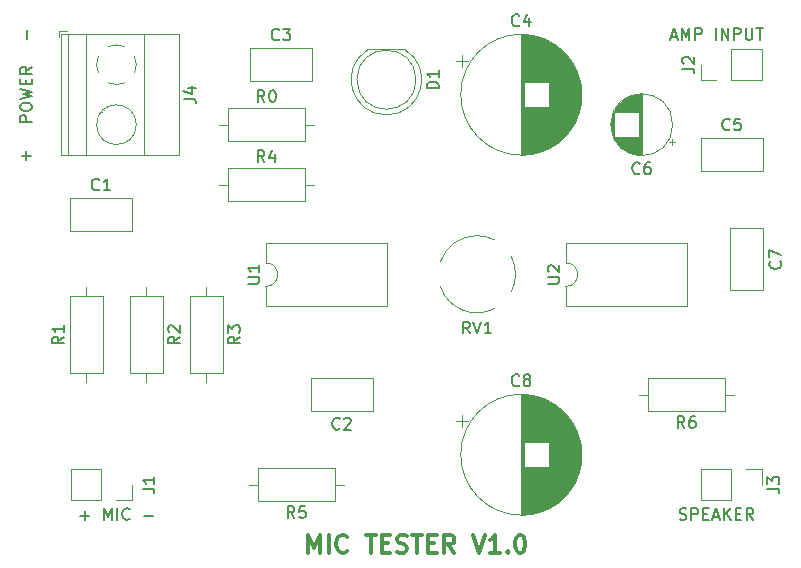
<source format=gbr>
%TF.GenerationSoftware,KiCad,Pcbnew,(6.0.1-0)*%
%TF.CreationDate,2022-04-28T13:37:40+09:00*%
%TF.ProjectId, first_try,20666972-7374-45f7-9472-792e6b696361,rev?*%
%TF.SameCoordinates,Original*%
%TF.FileFunction,Legend,Top*%
%TF.FilePolarity,Positive*%
%FSLAX46Y46*%
G04 Gerber Fmt 4.6, Leading zero omitted, Abs format (unit mm)*
G04 Created by KiCad (PCBNEW (6.0.1-0)) date 2022-04-28 13:37:40*
%MOMM*%
%LPD*%
G01*
G04 APERTURE LIST*
%ADD10C,0.150000*%
%ADD11C,0.300000*%
%ADD12C,0.120000*%
G04 APERTURE END LIST*
D10*
X159440952Y-107084761D02*
X159583809Y-107132380D01*
X159821904Y-107132380D01*
X159917142Y-107084761D01*
X159964761Y-107037142D01*
X160012380Y-106941904D01*
X160012380Y-106846666D01*
X159964761Y-106751428D01*
X159917142Y-106703809D01*
X159821904Y-106656190D01*
X159631428Y-106608571D01*
X159536190Y-106560952D01*
X159488571Y-106513333D01*
X159440952Y-106418095D01*
X159440952Y-106322857D01*
X159488571Y-106227619D01*
X159536190Y-106180000D01*
X159631428Y-106132380D01*
X159869523Y-106132380D01*
X160012380Y-106180000D01*
X160440952Y-107132380D02*
X160440952Y-106132380D01*
X160821904Y-106132380D01*
X160917142Y-106180000D01*
X160964761Y-106227619D01*
X161012380Y-106322857D01*
X161012380Y-106465714D01*
X160964761Y-106560952D01*
X160917142Y-106608571D01*
X160821904Y-106656190D01*
X160440952Y-106656190D01*
X161440952Y-106608571D02*
X161774285Y-106608571D01*
X161917142Y-107132380D02*
X161440952Y-107132380D01*
X161440952Y-106132380D01*
X161917142Y-106132380D01*
X162298095Y-106846666D02*
X162774285Y-106846666D01*
X162202857Y-107132380D02*
X162536190Y-106132380D01*
X162869523Y-107132380D01*
X163202857Y-107132380D02*
X163202857Y-106132380D01*
X163774285Y-107132380D02*
X163345714Y-106560952D01*
X163774285Y-106132380D02*
X163202857Y-106703809D01*
X164202857Y-106608571D02*
X164536190Y-106608571D01*
X164679047Y-107132380D02*
X164202857Y-107132380D01*
X164202857Y-106132380D01*
X164679047Y-106132380D01*
X165679047Y-107132380D02*
X165345714Y-106656190D01*
X165107619Y-107132380D02*
X165107619Y-106132380D01*
X165488571Y-106132380D01*
X165583809Y-106180000D01*
X165631428Y-106227619D01*
X165679047Y-106322857D01*
X165679047Y-106465714D01*
X165631428Y-106560952D01*
X165583809Y-106608571D01*
X165488571Y-106656190D01*
X165107619Y-106656190D01*
X108688571Y-106751428D02*
X109450476Y-106751428D01*
X109069523Y-107132380D02*
X109069523Y-106370476D01*
X110688571Y-107132380D02*
X110688571Y-106132380D01*
X111021904Y-106846666D01*
X111355238Y-106132380D01*
X111355238Y-107132380D01*
X111831428Y-107132380D02*
X111831428Y-106132380D01*
X112879047Y-107037142D02*
X112831428Y-107084761D01*
X112688571Y-107132380D01*
X112593333Y-107132380D01*
X112450476Y-107084761D01*
X112355238Y-106989523D01*
X112307619Y-106894285D01*
X112260000Y-106703809D01*
X112260000Y-106560952D01*
X112307619Y-106370476D01*
X112355238Y-106275238D01*
X112450476Y-106180000D01*
X112593333Y-106132380D01*
X112688571Y-106132380D01*
X112831428Y-106180000D01*
X112879047Y-106227619D01*
X114069523Y-106751428D02*
X114831428Y-106751428D01*
X104211428Y-66370952D02*
X104211428Y-65609047D01*
X103759047Y-76271428D02*
X104520952Y-76271428D01*
X104140000Y-76652380D02*
X104140000Y-75890476D01*
X104592380Y-73429523D02*
X103592380Y-73429523D01*
X103592380Y-73048571D01*
X103640000Y-72953333D01*
X103687619Y-72905714D01*
X103782857Y-72858095D01*
X103925714Y-72858095D01*
X104020952Y-72905714D01*
X104068571Y-72953333D01*
X104116190Y-73048571D01*
X104116190Y-73429523D01*
X103592380Y-72239047D02*
X103592380Y-72048571D01*
X103640000Y-71953333D01*
X103735238Y-71858095D01*
X103925714Y-71810476D01*
X104259047Y-71810476D01*
X104449523Y-71858095D01*
X104544761Y-71953333D01*
X104592380Y-72048571D01*
X104592380Y-72239047D01*
X104544761Y-72334285D01*
X104449523Y-72429523D01*
X104259047Y-72477142D01*
X103925714Y-72477142D01*
X103735238Y-72429523D01*
X103640000Y-72334285D01*
X103592380Y-72239047D01*
X103592380Y-71477142D02*
X104592380Y-71239047D01*
X103878095Y-71048571D01*
X104592380Y-70858095D01*
X103592380Y-70620000D01*
X104068571Y-70239047D02*
X104068571Y-69905714D01*
X104592380Y-69762857D02*
X104592380Y-70239047D01*
X103592380Y-70239047D01*
X103592380Y-69762857D01*
X104592380Y-68762857D02*
X104116190Y-69096190D01*
X104592380Y-69334285D02*
X103592380Y-69334285D01*
X103592380Y-68953333D01*
X103640000Y-68858095D01*
X103687619Y-68810476D01*
X103782857Y-68762857D01*
X103925714Y-68762857D01*
X104020952Y-68810476D01*
X104068571Y-68858095D01*
X104116190Y-68953333D01*
X104116190Y-69334285D01*
X158702857Y-66206666D02*
X159179047Y-66206666D01*
X158607619Y-66492380D02*
X158940952Y-65492380D01*
X159274285Y-66492380D01*
X159607619Y-66492380D02*
X159607619Y-65492380D01*
X159940952Y-66206666D01*
X160274285Y-65492380D01*
X160274285Y-66492380D01*
X160750476Y-66492380D02*
X160750476Y-65492380D01*
X161131428Y-65492380D01*
X161226666Y-65540000D01*
X161274285Y-65587619D01*
X161321904Y-65682857D01*
X161321904Y-65825714D01*
X161274285Y-65920952D01*
X161226666Y-65968571D01*
X161131428Y-66016190D01*
X160750476Y-66016190D01*
X162512380Y-66492380D02*
X162512380Y-65492380D01*
X162988571Y-66492380D02*
X162988571Y-65492380D01*
X163560000Y-66492380D01*
X163560000Y-65492380D01*
X164036190Y-66492380D02*
X164036190Y-65492380D01*
X164417142Y-65492380D01*
X164512380Y-65540000D01*
X164560000Y-65587619D01*
X164607619Y-65682857D01*
X164607619Y-65825714D01*
X164560000Y-65920952D01*
X164512380Y-65968571D01*
X164417142Y-66016190D01*
X164036190Y-66016190D01*
X165036190Y-65492380D02*
X165036190Y-66301904D01*
X165083809Y-66397142D01*
X165131428Y-66444761D01*
X165226666Y-66492380D01*
X165417142Y-66492380D01*
X165512380Y-66444761D01*
X165560000Y-66397142D01*
X165607619Y-66301904D01*
X165607619Y-65492380D01*
X165940952Y-65492380D02*
X166512380Y-65492380D01*
X166226666Y-66492380D02*
X166226666Y-65492380D01*
D11*
X128017142Y-109898571D02*
X128017142Y-108398571D01*
X128517142Y-109470000D01*
X129017142Y-108398571D01*
X129017142Y-109898571D01*
X129731428Y-109898571D02*
X129731428Y-108398571D01*
X131302857Y-109755714D02*
X131231428Y-109827142D01*
X131017142Y-109898571D01*
X130874285Y-109898571D01*
X130660000Y-109827142D01*
X130517142Y-109684285D01*
X130445714Y-109541428D01*
X130374285Y-109255714D01*
X130374285Y-109041428D01*
X130445714Y-108755714D01*
X130517142Y-108612857D01*
X130660000Y-108470000D01*
X130874285Y-108398571D01*
X131017142Y-108398571D01*
X131231428Y-108470000D01*
X131302857Y-108541428D01*
X132874285Y-108398571D02*
X133731428Y-108398571D01*
X133302857Y-109898571D02*
X133302857Y-108398571D01*
X134231428Y-109112857D02*
X134731428Y-109112857D01*
X134945714Y-109898571D02*
X134231428Y-109898571D01*
X134231428Y-108398571D01*
X134945714Y-108398571D01*
X135517142Y-109827142D02*
X135731428Y-109898571D01*
X136088571Y-109898571D01*
X136231428Y-109827142D01*
X136302857Y-109755714D01*
X136374285Y-109612857D01*
X136374285Y-109470000D01*
X136302857Y-109327142D01*
X136231428Y-109255714D01*
X136088571Y-109184285D01*
X135802857Y-109112857D01*
X135660000Y-109041428D01*
X135588571Y-108970000D01*
X135517142Y-108827142D01*
X135517142Y-108684285D01*
X135588571Y-108541428D01*
X135660000Y-108470000D01*
X135802857Y-108398571D01*
X136160000Y-108398571D01*
X136374285Y-108470000D01*
X136802857Y-108398571D02*
X137660000Y-108398571D01*
X137231428Y-109898571D02*
X137231428Y-108398571D01*
X138160000Y-109112857D02*
X138660000Y-109112857D01*
X138874285Y-109898571D02*
X138160000Y-109898571D01*
X138160000Y-108398571D01*
X138874285Y-108398571D01*
X140374285Y-109898571D02*
X139874285Y-109184285D01*
X139517142Y-109898571D02*
X139517142Y-108398571D01*
X140088571Y-108398571D01*
X140231428Y-108470000D01*
X140302857Y-108541428D01*
X140374285Y-108684285D01*
X140374285Y-108898571D01*
X140302857Y-109041428D01*
X140231428Y-109112857D01*
X140088571Y-109184285D01*
X139517142Y-109184285D01*
X141945714Y-108398571D02*
X142445714Y-109898571D01*
X142945714Y-108398571D01*
X144231428Y-109898571D02*
X143374285Y-109898571D01*
X143802857Y-109898571D02*
X143802857Y-108398571D01*
X143660000Y-108612857D01*
X143517142Y-108755714D01*
X143374285Y-108827142D01*
X144874285Y-109755714D02*
X144945714Y-109827142D01*
X144874285Y-109898571D01*
X144802857Y-109827142D01*
X144874285Y-109755714D01*
X144874285Y-109898571D01*
X145874285Y-108398571D02*
X146017142Y-108398571D01*
X146160000Y-108470000D01*
X146231428Y-108541428D01*
X146302857Y-108684285D01*
X146374285Y-108970000D01*
X146374285Y-109327142D01*
X146302857Y-109612857D01*
X146231428Y-109755714D01*
X146160000Y-109827142D01*
X146017142Y-109898571D01*
X145874285Y-109898571D01*
X145731428Y-109827142D01*
X145660000Y-109755714D01*
X145588571Y-109612857D01*
X145517142Y-109327142D01*
X145517142Y-108970000D01*
X145588571Y-108684285D01*
X145660000Y-108541428D01*
X145731428Y-108470000D01*
X145874285Y-108398571D01*
D10*
%TO.C,RV1*%
X141684761Y-91332380D02*
X141351428Y-90856190D01*
X141113333Y-91332380D02*
X141113333Y-90332380D01*
X141494285Y-90332380D01*
X141589523Y-90380000D01*
X141637142Y-90427619D01*
X141684761Y-90522857D01*
X141684761Y-90665714D01*
X141637142Y-90760952D01*
X141589523Y-90808571D01*
X141494285Y-90856190D01*
X141113333Y-90856190D01*
X141970476Y-90332380D02*
X142303809Y-91332380D01*
X142637142Y-90332380D01*
X143494285Y-91332380D02*
X142922857Y-91332380D01*
X143208571Y-91332380D02*
X143208571Y-90332380D01*
X143113333Y-90475238D01*
X143018095Y-90570476D01*
X142922857Y-90618095D01*
%TO.C,J4*%
X117472380Y-71453333D02*
X118186666Y-71453333D01*
X118329523Y-71500952D01*
X118424761Y-71596190D01*
X118472380Y-71739047D01*
X118472380Y-71834285D01*
X117805714Y-70548571D02*
X118472380Y-70548571D01*
X117424761Y-70786666D02*
X118139047Y-71024761D01*
X118139047Y-70405714D01*
%TO.C,J1*%
X113982380Y-104473333D02*
X114696666Y-104473333D01*
X114839523Y-104520952D01*
X114934761Y-104616190D01*
X114982380Y-104759047D01*
X114982380Y-104854285D01*
X114982380Y-103473333D02*
X114982380Y-104044761D01*
X114982380Y-103759047D02*
X113982380Y-103759047D01*
X114125238Y-103854285D01*
X114220476Y-103949523D01*
X114268095Y-104044761D01*
%TO.C,U2*%
X148262380Y-87111904D02*
X149071904Y-87111904D01*
X149167142Y-87064285D01*
X149214761Y-87016666D01*
X149262380Y-86921428D01*
X149262380Y-86730952D01*
X149214761Y-86635714D01*
X149167142Y-86588095D01*
X149071904Y-86540476D01*
X148262380Y-86540476D01*
X148357619Y-86111904D02*
X148310000Y-86064285D01*
X148262380Y-85969047D01*
X148262380Y-85730952D01*
X148310000Y-85635714D01*
X148357619Y-85588095D01*
X148452857Y-85540476D01*
X148548095Y-85540476D01*
X148690952Y-85588095D01*
X149262380Y-86159523D01*
X149262380Y-85540476D01*
%TO.C,U1*%
X122862380Y-87111904D02*
X123671904Y-87111904D01*
X123767142Y-87064285D01*
X123814761Y-87016666D01*
X123862380Y-86921428D01*
X123862380Y-86730952D01*
X123814761Y-86635714D01*
X123767142Y-86588095D01*
X123671904Y-86540476D01*
X122862380Y-86540476D01*
X123862380Y-85540476D02*
X123862380Y-86111904D01*
X123862380Y-85826190D02*
X122862380Y-85826190D01*
X123005238Y-85921428D01*
X123100476Y-86016666D01*
X123148095Y-86111904D01*
%TO.C,R6*%
X159853333Y-99342380D02*
X159520000Y-98866190D01*
X159281904Y-99342380D02*
X159281904Y-98342380D01*
X159662857Y-98342380D01*
X159758095Y-98390000D01*
X159805714Y-98437619D01*
X159853333Y-98532857D01*
X159853333Y-98675714D01*
X159805714Y-98770952D01*
X159758095Y-98818571D01*
X159662857Y-98866190D01*
X159281904Y-98866190D01*
X160710476Y-98342380D02*
X160520000Y-98342380D01*
X160424761Y-98390000D01*
X160377142Y-98437619D01*
X160281904Y-98580476D01*
X160234285Y-98770952D01*
X160234285Y-99151904D01*
X160281904Y-99247142D01*
X160329523Y-99294761D01*
X160424761Y-99342380D01*
X160615238Y-99342380D01*
X160710476Y-99294761D01*
X160758095Y-99247142D01*
X160805714Y-99151904D01*
X160805714Y-98913809D01*
X160758095Y-98818571D01*
X160710476Y-98770952D01*
X160615238Y-98723333D01*
X160424761Y-98723333D01*
X160329523Y-98770952D01*
X160281904Y-98818571D01*
X160234285Y-98913809D01*
%TO.C,R5*%
X126833333Y-106962380D02*
X126500000Y-106486190D01*
X126261904Y-106962380D02*
X126261904Y-105962380D01*
X126642857Y-105962380D01*
X126738095Y-106010000D01*
X126785714Y-106057619D01*
X126833333Y-106152857D01*
X126833333Y-106295714D01*
X126785714Y-106390952D01*
X126738095Y-106438571D01*
X126642857Y-106486190D01*
X126261904Y-106486190D01*
X127738095Y-105962380D02*
X127261904Y-105962380D01*
X127214285Y-106438571D01*
X127261904Y-106390952D01*
X127357142Y-106343333D01*
X127595238Y-106343333D01*
X127690476Y-106390952D01*
X127738095Y-106438571D01*
X127785714Y-106533809D01*
X127785714Y-106771904D01*
X127738095Y-106867142D01*
X127690476Y-106914761D01*
X127595238Y-106962380D01*
X127357142Y-106962380D01*
X127261904Y-106914761D01*
X127214285Y-106867142D01*
%TO.C,R4*%
X124293333Y-76822380D02*
X123960000Y-76346190D01*
X123721904Y-76822380D02*
X123721904Y-75822380D01*
X124102857Y-75822380D01*
X124198095Y-75870000D01*
X124245714Y-75917619D01*
X124293333Y-76012857D01*
X124293333Y-76155714D01*
X124245714Y-76250952D01*
X124198095Y-76298571D01*
X124102857Y-76346190D01*
X123721904Y-76346190D01*
X125150476Y-76155714D02*
X125150476Y-76822380D01*
X124912380Y-75774761D02*
X124674285Y-76489047D01*
X125293333Y-76489047D01*
%TO.C,R3*%
X122202380Y-91606666D02*
X121726190Y-91940000D01*
X122202380Y-92178095D02*
X121202380Y-92178095D01*
X121202380Y-91797142D01*
X121250000Y-91701904D01*
X121297619Y-91654285D01*
X121392857Y-91606666D01*
X121535714Y-91606666D01*
X121630952Y-91654285D01*
X121678571Y-91701904D01*
X121726190Y-91797142D01*
X121726190Y-92178095D01*
X121202380Y-91273333D02*
X121202380Y-90654285D01*
X121583333Y-90987619D01*
X121583333Y-90844761D01*
X121630952Y-90749523D01*
X121678571Y-90701904D01*
X121773809Y-90654285D01*
X122011904Y-90654285D01*
X122107142Y-90701904D01*
X122154761Y-90749523D01*
X122202380Y-90844761D01*
X122202380Y-91130476D01*
X122154761Y-91225714D01*
X122107142Y-91273333D01*
%TO.C,R2*%
X117122380Y-91606666D02*
X116646190Y-91940000D01*
X117122380Y-92178095D02*
X116122380Y-92178095D01*
X116122380Y-91797142D01*
X116170000Y-91701904D01*
X116217619Y-91654285D01*
X116312857Y-91606666D01*
X116455714Y-91606666D01*
X116550952Y-91654285D01*
X116598571Y-91701904D01*
X116646190Y-91797142D01*
X116646190Y-92178095D01*
X116217619Y-91225714D02*
X116170000Y-91178095D01*
X116122380Y-91082857D01*
X116122380Y-90844761D01*
X116170000Y-90749523D01*
X116217619Y-90701904D01*
X116312857Y-90654285D01*
X116408095Y-90654285D01*
X116550952Y-90701904D01*
X117122380Y-91273333D01*
X117122380Y-90654285D01*
%TO.C,R1*%
X107302380Y-91606666D02*
X106826190Y-91940000D01*
X107302380Y-92178095D02*
X106302380Y-92178095D01*
X106302380Y-91797142D01*
X106350000Y-91701904D01*
X106397619Y-91654285D01*
X106492857Y-91606666D01*
X106635714Y-91606666D01*
X106730952Y-91654285D01*
X106778571Y-91701904D01*
X106826190Y-91797142D01*
X106826190Y-92178095D01*
X107302380Y-90654285D02*
X107302380Y-91225714D01*
X107302380Y-90940000D02*
X106302380Y-90940000D01*
X106445238Y-91035238D01*
X106540476Y-91130476D01*
X106588095Y-91225714D01*
%TO.C,R0*%
X124293333Y-71742380D02*
X123960000Y-71266190D01*
X123721904Y-71742380D02*
X123721904Y-70742380D01*
X124102857Y-70742380D01*
X124198095Y-70790000D01*
X124245714Y-70837619D01*
X124293333Y-70932857D01*
X124293333Y-71075714D01*
X124245714Y-71170952D01*
X124198095Y-71218571D01*
X124102857Y-71266190D01*
X123721904Y-71266190D01*
X124912380Y-70742380D02*
X125007619Y-70742380D01*
X125102857Y-70790000D01*
X125150476Y-70837619D01*
X125198095Y-70932857D01*
X125245714Y-71123333D01*
X125245714Y-71361428D01*
X125198095Y-71551904D01*
X125150476Y-71647142D01*
X125102857Y-71694761D01*
X125007619Y-71742380D01*
X124912380Y-71742380D01*
X124817142Y-71694761D01*
X124769523Y-71647142D01*
X124721904Y-71551904D01*
X124674285Y-71361428D01*
X124674285Y-71123333D01*
X124721904Y-70932857D01*
X124769523Y-70837619D01*
X124817142Y-70790000D01*
X124912380Y-70742380D01*
%TO.C,J3*%
X166882380Y-104473333D02*
X167596666Y-104473333D01*
X167739523Y-104520952D01*
X167834761Y-104616190D01*
X167882380Y-104759047D01*
X167882380Y-104854285D01*
X166882380Y-104092380D02*
X166882380Y-103473333D01*
X167263333Y-103806666D01*
X167263333Y-103663809D01*
X167310952Y-103568571D01*
X167358571Y-103520952D01*
X167453809Y-103473333D01*
X167691904Y-103473333D01*
X167787142Y-103520952D01*
X167834761Y-103568571D01*
X167882380Y-103663809D01*
X167882380Y-103949523D01*
X167834761Y-104044761D01*
X167787142Y-104092380D01*
%TO.C,J2*%
X159682380Y-68913333D02*
X160396666Y-68913333D01*
X160539523Y-68960952D01*
X160634761Y-69056190D01*
X160682380Y-69199047D01*
X160682380Y-69294285D01*
X159777619Y-68484761D02*
X159730000Y-68437142D01*
X159682380Y-68341904D01*
X159682380Y-68103809D01*
X159730000Y-68008571D01*
X159777619Y-67960952D01*
X159872857Y-67913333D01*
X159968095Y-67913333D01*
X160110952Y-67960952D01*
X160682380Y-68532380D01*
X160682380Y-67913333D01*
%TO.C,D1*%
X139032380Y-70588095D02*
X138032380Y-70588095D01*
X138032380Y-70350000D01*
X138080000Y-70207142D01*
X138175238Y-70111904D01*
X138270476Y-70064285D01*
X138460952Y-70016666D01*
X138603809Y-70016666D01*
X138794285Y-70064285D01*
X138889523Y-70111904D01*
X138984761Y-70207142D01*
X139032380Y-70350000D01*
X139032380Y-70588095D01*
X139032380Y-69064285D02*
X139032380Y-69635714D01*
X139032380Y-69350000D02*
X138032380Y-69350000D01*
X138175238Y-69445238D01*
X138270476Y-69540476D01*
X138318095Y-69635714D01*
%TO.C,C8*%
X145863333Y-95707142D02*
X145815714Y-95754761D01*
X145672857Y-95802380D01*
X145577619Y-95802380D01*
X145434761Y-95754761D01*
X145339523Y-95659523D01*
X145291904Y-95564285D01*
X145244285Y-95373809D01*
X145244285Y-95230952D01*
X145291904Y-95040476D01*
X145339523Y-94945238D01*
X145434761Y-94850000D01*
X145577619Y-94802380D01*
X145672857Y-94802380D01*
X145815714Y-94850000D01*
X145863333Y-94897619D01*
X146434761Y-95230952D02*
X146339523Y-95183333D01*
X146291904Y-95135714D01*
X146244285Y-95040476D01*
X146244285Y-94992857D01*
X146291904Y-94897619D01*
X146339523Y-94850000D01*
X146434761Y-94802380D01*
X146625238Y-94802380D01*
X146720476Y-94850000D01*
X146768095Y-94897619D01*
X146815714Y-94992857D01*
X146815714Y-95040476D01*
X146768095Y-95135714D01*
X146720476Y-95183333D01*
X146625238Y-95230952D01*
X146434761Y-95230952D01*
X146339523Y-95278571D01*
X146291904Y-95326190D01*
X146244285Y-95421428D01*
X146244285Y-95611904D01*
X146291904Y-95707142D01*
X146339523Y-95754761D01*
X146434761Y-95802380D01*
X146625238Y-95802380D01*
X146720476Y-95754761D01*
X146768095Y-95707142D01*
X146815714Y-95611904D01*
X146815714Y-95421428D01*
X146768095Y-95326190D01*
X146720476Y-95278571D01*
X146625238Y-95230952D01*
%TO.C,C7*%
X167957142Y-85236666D02*
X168004761Y-85284285D01*
X168052380Y-85427142D01*
X168052380Y-85522380D01*
X168004761Y-85665238D01*
X167909523Y-85760476D01*
X167814285Y-85808095D01*
X167623809Y-85855714D01*
X167480952Y-85855714D01*
X167290476Y-85808095D01*
X167195238Y-85760476D01*
X167100000Y-85665238D01*
X167052380Y-85522380D01*
X167052380Y-85427142D01*
X167100000Y-85284285D01*
X167147619Y-85236666D01*
X167052380Y-84903333D02*
X167052380Y-84236666D01*
X168052380Y-84665238D01*
%TO.C,C6*%
X156063333Y-77767142D02*
X156015714Y-77814761D01*
X155872857Y-77862380D01*
X155777619Y-77862380D01*
X155634761Y-77814761D01*
X155539523Y-77719523D01*
X155491904Y-77624285D01*
X155444285Y-77433809D01*
X155444285Y-77290952D01*
X155491904Y-77100476D01*
X155539523Y-77005238D01*
X155634761Y-76910000D01*
X155777619Y-76862380D01*
X155872857Y-76862380D01*
X156015714Y-76910000D01*
X156063333Y-76957619D01*
X156920476Y-76862380D02*
X156730000Y-76862380D01*
X156634761Y-76910000D01*
X156587142Y-76957619D01*
X156491904Y-77100476D01*
X156444285Y-77290952D01*
X156444285Y-77671904D01*
X156491904Y-77767142D01*
X156539523Y-77814761D01*
X156634761Y-77862380D01*
X156825238Y-77862380D01*
X156920476Y-77814761D01*
X156968095Y-77767142D01*
X157015714Y-77671904D01*
X157015714Y-77433809D01*
X156968095Y-77338571D01*
X156920476Y-77290952D01*
X156825238Y-77243333D01*
X156634761Y-77243333D01*
X156539523Y-77290952D01*
X156491904Y-77338571D01*
X156444285Y-77433809D01*
%TO.C,C5*%
X163683333Y-74057142D02*
X163635714Y-74104761D01*
X163492857Y-74152380D01*
X163397619Y-74152380D01*
X163254761Y-74104761D01*
X163159523Y-74009523D01*
X163111904Y-73914285D01*
X163064285Y-73723809D01*
X163064285Y-73580952D01*
X163111904Y-73390476D01*
X163159523Y-73295238D01*
X163254761Y-73200000D01*
X163397619Y-73152380D01*
X163492857Y-73152380D01*
X163635714Y-73200000D01*
X163683333Y-73247619D01*
X164588095Y-73152380D02*
X164111904Y-73152380D01*
X164064285Y-73628571D01*
X164111904Y-73580952D01*
X164207142Y-73533333D01*
X164445238Y-73533333D01*
X164540476Y-73580952D01*
X164588095Y-73628571D01*
X164635714Y-73723809D01*
X164635714Y-73961904D01*
X164588095Y-74057142D01*
X164540476Y-74104761D01*
X164445238Y-74152380D01*
X164207142Y-74152380D01*
X164111904Y-74104761D01*
X164064285Y-74057142D01*
%TO.C,C4*%
X145863333Y-65227142D02*
X145815714Y-65274761D01*
X145672857Y-65322380D01*
X145577619Y-65322380D01*
X145434761Y-65274761D01*
X145339523Y-65179523D01*
X145291904Y-65084285D01*
X145244285Y-64893809D01*
X145244285Y-64750952D01*
X145291904Y-64560476D01*
X145339523Y-64465238D01*
X145434761Y-64370000D01*
X145577619Y-64322380D01*
X145672857Y-64322380D01*
X145815714Y-64370000D01*
X145863333Y-64417619D01*
X146720476Y-64655714D02*
X146720476Y-65322380D01*
X146482380Y-64274761D02*
X146244285Y-64989047D01*
X146863333Y-64989047D01*
%TO.C,C3*%
X125543333Y-66437142D02*
X125495714Y-66484761D01*
X125352857Y-66532380D01*
X125257619Y-66532380D01*
X125114761Y-66484761D01*
X125019523Y-66389523D01*
X124971904Y-66294285D01*
X124924285Y-66103809D01*
X124924285Y-65960952D01*
X124971904Y-65770476D01*
X125019523Y-65675238D01*
X125114761Y-65580000D01*
X125257619Y-65532380D01*
X125352857Y-65532380D01*
X125495714Y-65580000D01*
X125543333Y-65627619D01*
X125876666Y-65532380D02*
X126495714Y-65532380D01*
X126162380Y-65913333D01*
X126305238Y-65913333D01*
X126400476Y-65960952D01*
X126448095Y-66008571D01*
X126495714Y-66103809D01*
X126495714Y-66341904D01*
X126448095Y-66437142D01*
X126400476Y-66484761D01*
X126305238Y-66532380D01*
X126019523Y-66532380D01*
X125924285Y-66484761D01*
X125876666Y-66437142D01*
%TO.C,C2*%
X130663333Y-99377142D02*
X130615714Y-99424761D01*
X130472857Y-99472380D01*
X130377619Y-99472380D01*
X130234761Y-99424761D01*
X130139523Y-99329523D01*
X130091904Y-99234285D01*
X130044285Y-99043809D01*
X130044285Y-98900952D01*
X130091904Y-98710476D01*
X130139523Y-98615238D01*
X130234761Y-98520000D01*
X130377619Y-98472380D01*
X130472857Y-98472380D01*
X130615714Y-98520000D01*
X130663333Y-98567619D01*
X131044285Y-98567619D02*
X131091904Y-98520000D01*
X131187142Y-98472380D01*
X131425238Y-98472380D01*
X131520476Y-98520000D01*
X131568095Y-98567619D01*
X131615714Y-98662857D01*
X131615714Y-98758095D01*
X131568095Y-98900952D01*
X130996666Y-99472380D01*
X131615714Y-99472380D01*
%TO.C,C1*%
X110303333Y-79137142D02*
X110255714Y-79184761D01*
X110112857Y-79232380D01*
X110017619Y-79232380D01*
X109874761Y-79184761D01*
X109779523Y-79089523D01*
X109731904Y-78994285D01*
X109684285Y-78803809D01*
X109684285Y-78660952D01*
X109731904Y-78470476D01*
X109779523Y-78375238D01*
X109874761Y-78280000D01*
X110017619Y-78232380D01*
X110112857Y-78232380D01*
X110255714Y-78280000D01*
X110303333Y-78327619D01*
X111255714Y-79232380D02*
X110684285Y-79232380D01*
X110970000Y-79232380D02*
X110970000Y-78232380D01*
X110874761Y-78375238D01*
X110779523Y-78470476D01*
X110684285Y-78518095D01*
D12*
%TO.C,RV1*%
X139188001Y-87384000D02*
G75*
G03*
X143763968Y-89233829I3091999J1063999D01*
G01*
X145194000Y-87804000D02*
G75*
G03*
X145193387Y-84834798I-2914006J1483999D01*
G01*
X143765000Y-83406000D02*
G75*
G03*
X142223137Y-83049925I-1485000J-2913998D01*
G01*
X142280000Y-83050000D02*
G75*
G03*
X139188154Y-85255392I-1J-3269999D01*
G01*
%TO.C,J4*%
X113035000Y-74730000D02*
X112999000Y-74695000D01*
X109160000Y-65980000D02*
X109160000Y-76260000D01*
X117021000Y-76260000D02*
X107100000Y-76260000D01*
X107100000Y-65980000D02*
X107100000Y-76260000D01*
X114061000Y-65980000D02*
X114061000Y-76260000D01*
X106860000Y-65740000D02*
X106860000Y-66240000D01*
X110521000Y-72626000D02*
X110486000Y-72591000D01*
X112829000Y-74935000D02*
X112783000Y-74888000D01*
X107660000Y-65980000D02*
X107660000Y-76260000D01*
X107600000Y-65740000D02*
X106860000Y-65740000D01*
X110737000Y-72433000D02*
X110691000Y-72386000D01*
X117021000Y-65980000D02*
X107100000Y-65980000D01*
X117021000Y-65980000D02*
X117021000Y-76260000D01*
X110225000Y-67896000D02*
G75*
G03*
X110079747Y-68608805I1535001J-683999D01*
G01*
X110080000Y-68580000D02*
G75*
G03*
X110225244Y-69263318I1679992J-1D01*
G01*
X113295000Y-69264000D02*
G75*
G03*
X113295427Y-67896958I-1534993J684001D01*
G01*
X112444000Y-67045000D02*
G75*
G03*
X111076958Y-67044573I-684001J-1534993D01*
G01*
X111076000Y-70115000D02*
G75*
G03*
X112443042Y-70115427I684001J1534993D01*
G01*
X113440000Y-73660000D02*
G75*
G03*
X113440000Y-73660000I-1680000J0D01*
G01*
%TO.C,J1*%
X110490000Y-102810000D02*
X107890000Y-102810000D01*
X110490000Y-105470000D02*
X107890000Y-105470000D01*
X110490000Y-102810000D02*
X110490000Y-105470000D01*
X113090000Y-104140000D02*
X113090000Y-105470000D01*
X113090000Y-105470000D02*
X111760000Y-105470000D01*
X107890000Y-102810000D02*
X107890000Y-105470000D01*
%TO.C,U2*%
X149810000Y-83700000D02*
X149810000Y-85350000D01*
X149810000Y-89000000D02*
X160090000Y-89000000D01*
X160090000Y-83700000D02*
X149810000Y-83700000D01*
X149810000Y-87350000D02*
X149810000Y-89000000D01*
X160090000Y-89000000D02*
X160090000Y-83700000D01*
X149810000Y-87350000D02*
G75*
G03*
X149810000Y-85350000I0J1000000D01*
G01*
%TO.C,U1*%
X124410000Y-83700000D02*
X124410000Y-85350000D01*
X124410000Y-89000000D02*
X134690000Y-89000000D01*
X134690000Y-83700000D02*
X124410000Y-83700000D01*
X124410000Y-87350000D02*
X124410000Y-89000000D01*
X134690000Y-89000000D02*
X134690000Y-83700000D01*
X124410000Y-87350000D02*
G75*
G03*
X124410000Y-85350000I0J1000000D01*
G01*
%TO.C,R6*%
X155980000Y-96520000D02*
X156750000Y-96520000D01*
X164060000Y-96520000D02*
X163290000Y-96520000D01*
X163290000Y-97890000D02*
X163290000Y-95150000D01*
X156750000Y-95150000D02*
X156750000Y-97890000D01*
X163290000Y-95150000D02*
X156750000Y-95150000D01*
X156750000Y-97890000D02*
X163290000Y-97890000D01*
%TO.C,R5*%
X122960000Y-104140000D02*
X123730000Y-104140000D01*
X131040000Y-104140000D02*
X130270000Y-104140000D01*
X130270000Y-105510000D02*
X130270000Y-102770000D01*
X123730000Y-102770000D02*
X123730000Y-105510000D01*
X130270000Y-102770000D02*
X123730000Y-102770000D01*
X123730000Y-105510000D02*
X130270000Y-105510000D01*
%TO.C,R4*%
X128500000Y-78740000D02*
X127730000Y-78740000D01*
X120420000Y-78740000D02*
X121190000Y-78740000D01*
X121190000Y-77370000D02*
X121190000Y-80110000D01*
X127730000Y-80110000D02*
X127730000Y-77370000D01*
X121190000Y-80110000D02*
X127730000Y-80110000D01*
X127730000Y-77370000D02*
X121190000Y-77370000D01*
%TO.C,R3*%
X119380000Y-95480000D02*
X119380000Y-94710000D01*
X119380000Y-87400000D02*
X119380000Y-88170000D01*
X120750000Y-88170000D02*
X118010000Y-88170000D01*
X118010000Y-94710000D02*
X120750000Y-94710000D01*
X118010000Y-88170000D02*
X118010000Y-94710000D01*
X120750000Y-94710000D02*
X120750000Y-88170000D01*
%TO.C,R2*%
X114300000Y-95480000D02*
X114300000Y-94710000D01*
X114300000Y-87400000D02*
X114300000Y-88170000D01*
X115670000Y-88170000D02*
X112930000Y-88170000D01*
X112930000Y-94710000D02*
X115670000Y-94710000D01*
X112930000Y-88170000D02*
X112930000Y-94710000D01*
X115670000Y-94710000D02*
X115670000Y-88170000D01*
%TO.C,R1*%
X109220000Y-87400000D02*
X109220000Y-88170000D01*
X109220000Y-95480000D02*
X109220000Y-94710000D01*
X107850000Y-94710000D02*
X110590000Y-94710000D01*
X110590000Y-88170000D02*
X107850000Y-88170000D01*
X110590000Y-94710000D02*
X110590000Y-88170000D01*
X107850000Y-88170000D02*
X107850000Y-94710000D01*
%TO.C,R0*%
X128500000Y-73660000D02*
X127730000Y-73660000D01*
X120420000Y-73660000D02*
X121190000Y-73660000D01*
X121190000Y-72290000D02*
X121190000Y-75030000D01*
X127730000Y-75030000D02*
X127730000Y-72290000D01*
X121190000Y-75030000D02*
X127730000Y-75030000D01*
X127730000Y-72290000D02*
X121190000Y-72290000D01*
%TO.C,J3*%
X165100000Y-102810000D02*
X166430000Y-102810000D01*
X161230000Y-102810000D02*
X161230000Y-105470000D01*
X163830000Y-102810000D02*
X161230000Y-102810000D01*
X163830000Y-102810000D02*
X163830000Y-105470000D01*
X166430000Y-102810000D02*
X166430000Y-104140000D01*
X163830000Y-105470000D02*
X161230000Y-105470000D01*
%TO.C,J2*%
X162560000Y-69910000D02*
X161230000Y-69910000D01*
X166430000Y-69910000D02*
X166430000Y-67250000D01*
X163830000Y-69910000D02*
X166430000Y-69910000D01*
X163830000Y-69910000D02*
X163830000Y-67250000D01*
X161230000Y-69910000D02*
X161230000Y-68580000D01*
X163830000Y-67250000D02*
X166430000Y-67250000D01*
%TO.C,D1*%
X136165000Y-67290000D02*
X133075000Y-67290000D01*
X133075170Y-67290000D02*
G75*
G03*
X134620462Y-72840000I1544830J-2560000D01*
G01*
X134619538Y-72840000D02*
G75*
G03*
X136164830Y-67290000I462J2990000D01*
G01*
X137120000Y-69850000D02*
G75*
G03*
X137120000Y-69850000I-2500000J0D01*
G01*
%TO.C,C8*%
X141050354Y-98225000D02*
X141050354Y-99225000D01*
X147831000Y-102640000D02*
X147831000Y-106354000D01*
X146310000Y-96527000D02*
X146310000Y-100560000D01*
X146470000Y-102640000D02*
X146470000Y-106662000D01*
X150871000Y-99970000D02*
X150871000Y-103230000D01*
X150191000Y-98655000D02*
X150191000Y-104545000D01*
X148511000Y-97160000D02*
X148511000Y-106040000D01*
X147391000Y-102640000D02*
X147391000Y-106497000D01*
X149351000Y-97742000D02*
X149351000Y-105458000D01*
X147111000Y-96635000D02*
X147111000Y-100560000D01*
X148311000Y-97055000D02*
X148311000Y-100560000D01*
X148311000Y-102640000D02*
X148311000Y-106145000D01*
X150551000Y-99235000D02*
X150551000Y-103965000D01*
X150591000Y-99311000D02*
X150591000Y-103889000D01*
X150151000Y-98600000D02*
X150151000Y-104600000D01*
X147271000Y-96672000D02*
X147271000Y-100560000D01*
X148151000Y-102640000D02*
X148151000Y-106221000D01*
X149071000Y-97520000D02*
X149071000Y-105680000D01*
X149991000Y-98394000D02*
X149991000Y-104806000D01*
X147671000Y-96789000D02*
X147671000Y-100560000D01*
X146751000Y-96570000D02*
X146751000Y-100560000D01*
X146710000Y-102640000D02*
X146710000Y-106635000D01*
X147711000Y-102640000D02*
X147711000Y-106397000D01*
X147311000Y-96682000D02*
X147311000Y-100560000D01*
X147951000Y-102640000D02*
X147951000Y-106307000D01*
X148111000Y-96961000D02*
X148111000Y-100560000D01*
X149751000Y-98122000D02*
X149751000Y-105078000D01*
X148231000Y-102640000D02*
X148231000Y-106184000D01*
X148231000Y-97016000D02*
X148231000Y-100560000D01*
X147111000Y-102640000D02*
X147111000Y-106565000D01*
X147591000Y-96763000D02*
X147591000Y-100560000D01*
X147791000Y-96832000D02*
X147791000Y-100560000D01*
X146550000Y-102640000D02*
X146550000Y-106654000D01*
X148831000Y-97353000D02*
X148831000Y-105847000D01*
X149951000Y-98346000D02*
X149951000Y-104854000D01*
X148471000Y-97138000D02*
X148471000Y-106062000D01*
X146751000Y-102640000D02*
X146751000Y-106630000D01*
X150991000Y-100370000D02*
X150991000Y-102830000D01*
X148271000Y-102640000D02*
X148271000Y-106164000D01*
X146951000Y-96603000D02*
X146951000Y-100560000D01*
X146791000Y-96576000D02*
X146791000Y-100560000D01*
X146670000Y-102640000D02*
X146670000Y-106640000D01*
X148391000Y-97096000D02*
X148391000Y-106104000D01*
X150471000Y-99090000D02*
X150471000Y-104110000D01*
X150631000Y-99391000D02*
X150631000Y-103809000D01*
X146150000Y-96521000D02*
X146150000Y-106679000D01*
X148151000Y-96979000D02*
X148151000Y-100560000D01*
X146030000Y-96520000D02*
X146030000Y-106680000D01*
X148351000Y-97075000D02*
X148351000Y-106125000D01*
X148631000Y-97229000D02*
X148631000Y-105971000D01*
X148951000Y-97434000D02*
X148951000Y-105766000D01*
X147511000Y-96738000D02*
X147511000Y-100560000D01*
X148071000Y-102640000D02*
X148071000Y-106257000D01*
X147071000Y-102640000D02*
X147071000Y-106574000D01*
X151031000Y-100538000D02*
X151031000Y-102662000D01*
X147151000Y-102640000D02*
X147151000Y-106556000D01*
X146510000Y-96542000D02*
X146510000Y-100560000D01*
X148431000Y-97117000D02*
X148431000Y-106083000D01*
X149671000Y-98039000D02*
X149671000Y-105161000D01*
X146550000Y-96546000D02*
X146550000Y-100560000D01*
X147711000Y-96803000D02*
X147711000Y-100560000D01*
X146110000Y-96520000D02*
X146110000Y-106680000D01*
X150511000Y-99161000D02*
X150511000Y-104039000D01*
X148111000Y-102640000D02*
X148111000Y-106239000D01*
X146390000Y-96532000D02*
X146390000Y-100560000D01*
X146991000Y-102640000D02*
X146991000Y-106590000D01*
X150351000Y-98891000D02*
X150351000Y-104309000D01*
X149831000Y-98208000D02*
X149831000Y-104992000D01*
X146911000Y-102640000D02*
X146911000Y-106604000D01*
X151111000Y-101001000D02*
X151111000Y-102199000D01*
X146350000Y-102640000D02*
X146350000Y-106670000D01*
X146590000Y-102640000D02*
X146590000Y-106650000D01*
X148191000Y-96997000D02*
X148191000Y-100560000D01*
X147551000Y-96750000D02*
X147551000Y-100560000D01*
X147991000Y-102640000D02*
X147991000Y-106290000D01*
X148751000Y-97302000D02*
X148751000Y-105898000D01*
X148591000Y-97205000D02*
X148591000Y-105995000D01*
X149591000Y-97960000D02*
X149591000Y-105240000D01*
X147191000Y-102640000D02*
X147191000Y-106547000D01*
X147471000Y-102640000D02*
X147471000Y-106474000D01*
X147031000Y-102640000D02*
X147031000Y-106582000D01*
X146510000Y-102640000D02*
X146510000Y-106658000D01*
X146390000Y-102640000D02*
X146390000Y-106668000D01*
X149551000Y-97921000D02*
X149551000Y-105279000D01*
X150431000Y-99021000D02*
X150431000Y-104179000D01*
X147911000Y-102640000D02*
X147911000Y-106323000D01*
X147751000Y-96817000D02*
X147751000Y-100560000D01*
X147631000Y-102640000D02*
X147631000Y-106424000D01*
X147991000Y-96910000D02*
X147991000Y-100560000D01*
X148271000Y-97036000D02*
X148271000Y-100560000D01*
X147871000Y-102640000D02*
X147871000Y-106338000D01*
X148031000Y-102640000D02*
X148031000Y-106274000D01*
X147471000Y-96726000D02*
X147471000Y-100560000D01*
X140550354Y-98725000D02*
X141550354Y-98725000D01*
X147351000Y-96693000D02*
X147351000Y-100560000D01*
X150911000Y-100090000D02*
X150911000Y-103110000D01*
X149231000Y-97643000D02*
X149231000Y-105557000D01*
X147511000Y-102640000D02*
X147511000Y-106462000D01*
X146710000Y-96565000D02*
X146710000Y-100560000D01*
X148991000Y-97462000D02*
X148991000Y-105738000D01*
X150071000Y-98494000D02*
X150071000Y-104706000D01*
X148791000Y-97327000D02*
X148791000Y-105873000D01*
X146911000Y-96596000D02*
X146911000Y-100560000D01*
X149871000Y-98253000D02*
X149871000Y-104947000D01*
X148191000Y-102640000D02*
X148191000Y-106203000D01*
X150791000Y-99754000D02*
X150791000Y-103446000D01*
X147231000Y-96662000D02*
X147231000Y-100560000D01*
X146190000Y-96522000D02*
X146190000Y-106678000D01*
X150391000Y-98955000D02*
X150391000Y-104245000D01*
X149031000Y-97490000D02*
X149031000Y-105710000D01*
X149271000Y-97675000D02*
X149271000Y-105525000D01*
X149631000Y-97999000D02*
X149631000Y-105201000D01*
X147311000Y-102640000D02*
X147311000Y-106518000D01*
X149111000Y-97550000D02*
X149111000Y-105650000D01*
X149791000Y-98164000D02*
X149791000Y-105036000D01*
X146871000Y-102640000D02*
X146871000Y-106611000D01*
X147231000Y-102640000D02*
X147231000Y-106538000D01*
X148871000Y-97379000D02*
X148871000Y-105821000D01*
X149311000Y-97708000D02*
X149311000Y-105492000D01*
X150111000Y-98546000D02*
X150111000Y-104654000D01*
X147951000Y-96893000D02*
X147951000Y-100560000D01*
X146270000Y-102640000D02*
X146270000Y-106675000D01*
X148031000Y-96926000D02*
X148031000Y-100560000D01*
X146670000Y-96560000D02*
X146670000Y-100560000D01*
X146310000Y-102640000D02*
X146310000Y-106673000D01*
X147071000Y-96626000D02*
X147071000Y-100560000D01*
X146871000Y-96589000D02*
X146871000Y-100560000D01*
X149191000Y-97611000D02*
X149191000Y-105589000D01*
X150711000Y-99563000D02*
X150711000Y-103637000D01*
X147831000Y-96846000D02*
X147831000Y-100560000D01*
X150031000Y-98444000D02*
X150031000Y-104756000D01*
X149711000Y-98080000D02*
X149711000Y-105120000D01*
X147551000Y-102640000D02*
X147551000Y-106450000D01*
X147631000Y-96776000D02*
X147631000Y-100560000D01*
X146791000Y-102640000D02*
X146791000Y-106624000D01*
X146070000Y-96520000D02*
X146070000Y-106680000D01*
X146590000Y-96550000D02*
X146590000Y-100560000D01*
X146991000Y-96610000D02*
X146991000Y-100560000D01*
X150751000Y-99656000D02*
X150751000Y-103544000D01*
X150831000Y-99858000D02*
X150831000Y-103342000D01*
X147031000Y-96618000D02*
X147031000Y-100560000D01*
X146831000Y-102640000D02*
X146831000Y-106618000D01*
X146270000Y-96525000D02*
X146270000Y-100560000D01*
X146430000Y-96535000D02*
X146430000Y-100560000D01*
X149431000Y-97811000D02*
X149431000Y-105389000D01*
X148071000Y-96943000D02*
X148071000Y-100560000D01*
X147591000Y-102640000D02*
X147591000Y-106437000D01*
X149391000Y-97776000D02*
X149391000Y-105424000D01*
X147391000Y-96703000D02*
X147391000Y-100560000D01*
X151071000Y-100738000D02*
X151071000Y-102462000D01*
X147871000Y-96862000D02*
X147871000Y-100560000D01*
X147791000Y-102640000D02*
X147791000Y-106368000D01*
X150311000Y-98830000D02*
X150311000Y-104370000D01*
X148671000Y-97253000D02*
X148671000Y-105947000D01*
X146951000Y-102640000D02*
X146951000Y-106597000D01*
X146430000Y-102640000D02*
X146430000Y-106665000D01*
X146230000Y-96523000D02*
X146230000Y-106677000D01*
X150951000Y-100222000D02*
X150951000Y-102978000D01*
X147671000Y-102640000D02*
X147671000Y-106411000D01*
X148911000Y-97406000D02*
X148911000Y-105794000D01*
X148551000Y-97183000D02*
X148551000Y-106017000D01*
X149511000Y-97884000D02*
X149511000Y-105316000D01*
X147151000Y-96644000D02*
X147151000Y-100560000D01*
X147431000Y-102640000D02*
X147431000Y-106485000D01*
X148711000Y-97277000D02*
X148711000Y-105923000D01*
X147751000Y-102640000D02*
X147751000Y-106383000D01*
X146470000Y-96538000D02*
X146470000Y-100560000D01*
X146350000Y-96530000D02*
X146350000Y-100560000D01*
X147191000Y-96653000D02*
X147191000Y-100560000D01*
X149151000Y-97580000D02*
X149151000Y-105620000D01*
X150231000Y-98711000D02*
X150231000Y-104489000D01*
X147431000Y-96715000D02*
X147431000Y-100560000D01*
X147911000Y-96877000D02*
X147911000Y-100560000D01*
X147351000Y-102640000D02*
X147351000Y-106507000D01*
X150671000Y-99475000D02*
X150671000Y-103725000D01*
X149911000Y-98299000D02*
X149911000Y-104901000D01*
X146831000Y-96582000D02*
X146831000Y-100560000D01*
X146630000Y-96555000D02*
X146630000Y-100560000D01*
X150271000Y-98770000D02*
X150271000Y-104430000D01*
X146630000Y-102640000D02*
X146630000Y-106645000D01*
X149471000Y-97847000D02*
X149471000Y-105353000D01*
X147271000Y-102640000D02*
X147271000Y-106528000D01*
X151150000Y-101600000D02*
G75*
G03*
X151150000Y-101600000I-5120000J0D01*
G01*
%TO.C,C7*%
X166470000Y-82450000D02*
X163730000Y-82450000D01*
X166470000Y-82450000D02*
X166470000Y-87690000D01*
X166470000Y-87690000D02*
X163730000Y-87690000D01*
X163730000Y-82450000D02*
X163730000Y-87690000D01*
%TO.C,C6*%
X155149000Y-72620000D02*
X155149000Y-71312000D01*
X154269000Y-75359000D02*
X154269000Y-74700000D01*
X153989000Y-74979000D02*
X153989000Y-74700000D01*
X154029000Y-75043000D02*
X154029000Y-74700000D01*
X155750000Y-72620000D02*
X155750000Y-71124000D01*
X154949000Y-75907000D02*
X154949000Y-74700000D01*
X156230000Y-76240000D02*
X156230000Y-71080000D01*
X155069000Y-72620000D02*
X155069000Y-71350000D01*
X154389000Y-72620000D02*
X154389000Y-71834000D01*
X154789000Y-72620000D02*
X154789000Y-71511000D01*
X155509000Y-72620000D02*
X155509000Y-71180000D01*
X154749000Y-72620000D02*
X154749000Y-71538000D01*
X154069000Y-75103000D02*
X154069000Y-74700000D01*
X156150000Y-76239000D02*
X156150000Y-71081000D01*
X154629000Y-75695000D02*
X154629000Y-74700000D01*
X153669000Y-74178000D02*
X153669000Y-73142000D01*
X155429000Y-76115000D02*
X155429000Y-74700000D01*
X154909000Y-75884000D02*
X154909000Y-74700000D01*
X155109000Y-72620000D02*
X155109000Y-71331000D01*
X154309000Y-72620000D02*
X154309000Y-71917000D01*
X154589000Y-72620000D02*
X154589000Y-71656000D01*
X153989000Y-72620000D02*
X153989000Y-72341000D01*
X153949000Y-72620000D02*
X153949000Y-72409000D01*
X154429000Y-72620000D02*
X154429000Y-71796000D01*
X155670000Y-72620000D02*
X155670000Y-71140000D01*
X155750000Y-76196000D02*
X155750000Y-74700000D01*
X155509000Y-76140000D02*
X155509000Y-74700000D01*
X155309000Y-76074000D02*
X155309000Y-74700000D01*
X155550000Y-72620000D02*
X155550000Y-71169000D01*
X153709000Y-74337000D02*
X153709000Y-72983000D01*
X154829000Y-75835000D02*
X154829000Y-74700000D01*
X155469000Y-72620000D02*
X155469000Y-71192000D01*
X154349000Y-75445000D02*
X154349000Y-74700000D01*
X154069000Y-72620000D02*
X154069000Y-72217000D01*
X154509000Y-75597000D02*
X154509000Y-74700000D01*
X154789000Y-75809000D02*
X154789000Y-74700000D01*
X155109000Y-75989000D02*
X155109000Y-74700000D01*
X155870000Y-72620000D02*
X155870000Y-71104000D01*
X154029000Y-72620000D02*
X154029000Y-72277000D01*
X155630000Y-76171000D02*
X155630000Y-74700000D01*
X153869000Y-74758000D02*
X153869000Y-72562000D01*
X154309000Y-75403000D02*
X154309000Y-74700000D01*
X155990000Y-72620000D02*
X155990000Y-71091000D01*
X155710000Y-72620000D02*
X155710000Y-71132000D01*
X155790000Y-76203000D02*
X155790000Y-74700000D01*
X156070000Y-76236000D02*
X156070000Y-71084000D01*
X154709000Y-75755000D02*
X154709000Y-74700000D01*
X154989000Y-72620000D02*
X154989000Y-71392000D01*
X155229000Y-76042000D02*
X155229000Y-74700000D01*
X155590000Y-72620000D02*
X155590000Y-71159000D01*
X155710000Y-76188000D02*
X155710000Y-74700000D01*
X156190000Y-76240000D02*
X156190000Y-71080000D01*
X155189000Y-76025000D02*
X155189000Y-74700000D01*
X154229000Y-72620000D02*
X154229000Y-72007000D01*
X155590000Y-76161000D02*
X155590000Y-74700000D01*
X155910000Y-76221000D02*
X155910000Y-74700000D01*
X154869000Y-75860000D02*
X154869000Y-74700000D01*
X154629000Y-72620000D02*
X154629000Y-71625000D01*
X154389000Y-75486000D02*
X154389000Y-74700000D01*
X155830000Y-72620000D02*
X155830000Y-71110000D01*
X155389000Y-76102000D02*
X155389000Y-74700000D01*
X155670000Y-76180000D02*
X155670000Y-74700000D01*
X155830000Y-76210000D02*
X155830000Y-74700000D01*
X154829000Y-72620000D02*
X154829000Y-71485000D01*
X155269000Y-72620000D02*
X155269000Y-71262000D01*
X156110000Y-76238000D02*
X156110000Y-71082000D01*
X156030000Y-76233000D02*
X156030000Y-71087000D01*
X155990000Y-76229000D02*
X155990000Y-74700000D01*
X155630000Y-72620000D02*
X155630000Y-71149000D01*
X154349000Y-72620000D02*
X154349000Y-71875000D01*
X155029000Y-75950000D02*
X155029000Y-74700000D01*
X154669000Y-75725000D02*
X154669000Y-74700000D01*
X155189000Y-72620000D02*
X155189000Y-71295000D01*
X154229000Y-75313000D02*
X154229000Y-74700000D01*
X155870000Y-76216000D02*
X155870000Y-74700000D01*
X154509000Y-72620000D02*
X154509000Y-71723000D01*
X155389000Y-72620000D02*
X155389000Y-71218000D01*
X154669000Y-72620000D02*
X154669000Y-71595000D01*
X154949000Y-72620000D02*
X154949000Y-71413000D01*
X154469000Y-72620000D02*
X154469000Y-71759000D01*
X155429000Y-72620000D02*
X155429000Y-71205000D01*
X154909000Y-72620000D02*
X154909000Y-71436000D01*
X155269000Y-76058000D02*
X155269000Y-74700000D01*
X159034775Y-75135000D02*
X158534775Y-75135000D01*
X154189000Y-72620000D02*
X154189000Y-72055000D01*
X153749000Y-74465000D02*
X153749000Y-72855000D01*
X153949000Y-74911000D02*
X153949000Y-74700000D01*
X155349000Y-72620000D02*
X155349000Y-71232000D01*
X155950000Y-72620000D02*
X155950000Y-71095000D01*
X153629000Y-73944000D02*
X153629000Y-73376000D01*
X155349000Y-76088000D02*
X155349000Y-74700000D01*
X153829000Y-74671000D02*
X153829000Y-72649000D01*
X155229000Y-72620000D02*
X155229000Y-71278000D01*
X154589000Y-75664000D02*
X154589000Y-74700000D01*
X154109000Y-75160000D02*
X154109000Y-74700000D01*
X153909000Y-74838000D02*
X153909000Y-72482000D01*
X154749000Y-75782000D02*
X154749000Y-74700000D01*
X154869000Y-72620000D02*
X154869000Y-71460000D01*
X155309000Y-72620000D02*
X155309000Y-71246000D01*
X158784775Y-75385000D02*
X158784775Y-74885000D01*
X155149000Y-76008000D02*
X155149000Y-74700000D01*
X154549000Y-75631000D02*
X154549000Y-74700000D01*
X155550000Y-76151000D02*
X155550000Y-74700000D01*
X154709000Y-72620000D02*
X154709000Y-71565000D01*
X155910000Y-72620000D02*
X155910000Y-71099000D01*
X155029000Y-72620000D02*
X155029000Y-71370000D01*
X154989000Y-75928000D02*
X154989000Y-74700000D01*
X154149000Y-75214000D02*
X154149000Y-74700000D01*
X155069000Y-75970000D02*
X155069000Y-74700000D01*
X154149000Y-72620000D02*
X154149000Y-72106000D01*
X153789000Y-74575000D02*
X153789000Y-72745000D01*
X154549000Y-72620000D02*
X154549000Y-71689000D01*
X155950000Y-76225000D02*
X155950000Y-74700000D01*
X154109000Y-72620000D02*
X154109000Y-72160000D01*
X154469000Y-75561000D02*
X154469000Y-74700000D01*
X155790000Y-72620000D02*
X155790000Y-71117000D01*
X154189000Y-75265000D02*
X154189000Y-74700000D01*
X155469000Y-76128000D02*
X155469000Y-74700000D01*
X154269000Y-72620000D02*
X154269000Y-71961000D01*
X154429000Y-75524000D02*
X154429000Y-74700000D01*
X158850000Y-73660000D02*
G75*
G03*
X158850000Y-73660000I-2620000J0D01*
G01*
%TO.C,C5*%
X161230000Y-74830000D02*
X161230000Y-77570000D01*
X161230000Y-74830000D02*
X166470000Y-74830000D01*
X166470000Y-74830000D02*
X166470000Y-77570000D01*
X161230000Y-77570000D02*
X166470000Y-77570000D01*
%TO.C,C4*%
X141050354Y-67745000D02*
X141050354Y-68745000D01*
X147831000Y-72160000D02*
X147831000Y-75874000D01*
X146310000Y-66047000D02*
X146310000Y-70080000D01*
X146470000Y-72160000D02*
X146470000Y-76182000D01*
X150871000Y-69490000D02*
X150871000Y-72750000D01*
X150191000Y-68175000D02*
X150191000Y-74065000D01*
X148511000Y-66680000D02*
X148511000Y-75560000D01*
X147391000Y-72160000D02*
X147391000Y-76017000D01*
X149351000Y-67262000D02*
X149351000Y-74978000D01*
X147111000Y-66155000D02*
X147111000Y-70080000D01*
X148311000Y-66575000D02*
X148311000Y-70080000D01*
X148311000Y-72160000D02*
X148311000Y-75665000D01*
X150551000Y-68755000D02*
X150551000Y-73485000D01*
X150591000Y-68831000D02*
X150591000Y-73409000D01*
X150151000Y-68120000D02*
X150151000Y-74120000D01*
X147271000Y-66192000D02*
X147271000Y-70080000D01*
X148151000Y-72160000D02*
X148151000Y-75741000D01*
X149071000Y-67040000D02*
X149071000Y-75200000D01*
X149991000Y-67914000D02*
X149991000Y-74326000D01*
X147671000Y-66309000D02*
X147671000Y-70080000D01*
X146751000Y-66090000D02*
X146751000Y-70080000D01*
X146710000Y-72160000D02*
X146710000Y-76155000D01*
X147711000Y-72160000D02*
X147711000Y-75917000D01*
X147311000Y-66202000D02*
X147311000Y-70080000D01*
X147951000Y-72160000D02*
X147951000Y-75827000D01*
X148111000Y-66481000D02*
X148111000Y-70080000D01*
X149751000Y-67642000D02*
X149751000Y-74598000D01*
X148231000Y-72160000D02*
X148231000Y-75704000D01*
X148231000Y-66536000D02*
X148231000Y-70080000D01*
X147111000Y-72160000D02*
X147111000Y-76085000D01*
X147591000Y-66283000D02*
X147591000Y-70080000D01*
X147791000Y-66352000D02*
X147791000Y-70080000D01*
X146550000Y-72160000D02*
X146550000Y-76174000D01*
X148831000Y-66873000D02*
X148831000Y-75367000D01*
X149951000Y-67866000D02*
X149951000Y-74374000D01*
X148471000Y-66658000D02*
X148471000Y-75582000D01*
X146751000Y-72160000D02*
X146751000Y-76150000D01*
X150991000Y-69890000D02*
X150991000Y-72350000D01*
X148271000Y-72160000D02*
X148271000Y-75684000D01*
X146951000Y-66123000D02*
X146951000Y-70080000D01*
X146791000Y-66096000D02*
X146791000Y-70080000D01*
X146670000Y-72160000D02*
X146670000Y-76160000D01*
X148391000Y-66616000D02*
X148391000Y-75624000D01*
X150471000Y-68610000D02*
X150471000Y-73630000D01*
X150631000Y-68911000D02*
X150631000Y-73329000D01*
X146150000Y-66041000D02*
X146150000Y-76199000D01*
X148151000Y-66499000D02*
X148151000Y-70080000D01*
X146030000Y-66040000D02*
X146030000Y-76200000D01*
X148351000Y-66595000D02*
X148351000Y-75645000D01*
X148631000Y-66749000D02*
X148631000Y-75491000D01*
X148951000Y-66954000D02*
X148951000Y-75286000D01*
X147511000Y-66258000D02*
X147511000Y-70080000D01*
X148071000Y-72160000D02*
X148071000Y-75777000D01*
X147071000Y-72160000D02*
X147071000Y-76094000D01*
X151031000Y-70058000D02*
X151031000Y-72182000D01*
X147151000Y-72160000D02*
X147151000Y-76076000D01*
X146510000Y-66062000D02*
X146510000Y-70080000D01*
X148431000Y-66637000D02*
X148431000Y-75603000D01*
X149671000Y-67559000D02*
X149671000Y-74681000D01*
X146550000Y-66066000D02*
X146550000Y-70080000D01*
X147711000Y-66323000D02*
X147711000Y-70080000D01*
X146110000Y-66040000D02*
X146110000Y-76200000D01*
X150511000Y-68681000D02*
X150511000Y-73559000D01*
X148111000Y-72160000D02*
X148111000Y-75759000D01*
X146390000Y-66052000D02*
X146390000Y-70080000D01*
X146991000Y-72160000D02*
X146991000Y-76110000D01*
X150351000Y-68411000D02*
X150351000Y-73829000D01*
X149831000Y-67728000D02*
X149831000Y-74512000D01*
X146911000Y-72160000D02*
X146911000Y-76124000D01*
X151111000Y-70521000D02*
X151111000Y-71719000D01*
X146350000Y-72160000D02*
X146350000Y-76190000D01*
X146590000Y-72160000D02*
X146590000Y-76170000D01*
X148191000Y-66517000D02*
X148191000Y-70080000D01*
X147551000Y-66270000D02*
X147551000Y-70080000D01*
X147991000Y-72160000D02*
X147991000Y-75810000D01*
X148751000Y-66822000D02*
X148751000Y-75418000D01*
X148591000Y-66725000D02*
X148591000Y-75515000D01*
X149591000Y-67480000D02*
X149591000Y-74760000D01*
X147191000Y-72160000D02*
X147191000Y-76067000D01*
X147471000Y-72160000D02*
X147471000Y-75994000D01*
X147031000Y-72160000D02*
X147031000Y-76102000D01*
X146510000Y-72160000D02*
X146510000Y-76178000D01*
X146390000Y-72160000D02*
X146390000Y-76188000D01*
X149551000Y-67441000D02*
X149551000Y-74799000D01*
X150431000Y-68541000D02*
X150431000Y-73699000D01*
X147911000Y-72160000D02*
X147911000Y-75843000D01*
X147751000Y-66337000D02*
X147751000Y-70080000D01*
X147631000Y-72160000D02*
X147631000Y-75944000D01*
X147991000Y-66430000D02*
X147991000Y-70080000D01*
X148271000Y-66556000D02*
X148271000Y-70080000D01*
X147871000Y-72160000D02*
X147871000Y-75858000D01*
X148031000Y-72160000D02*
X148031000Y-75794000D01*
X147471000Y-66246000D02*
X147471000Y-70080000D01*
X140550354Y-68245000D02*
X141550354Y-68245000D01*
X147351000Y-66213000D02*
X147351000Y-70080000D01*
X150911000Y-69610000D02*
X150911000Y-72630000D01*
X149231000Y-67163000D02*
X149231000Y-75077000D01*
X147511000Y-72160000D02*
X147511000Y-75982000D01*
X146710000Y-66085000D02*
X146710000Y-70080000D01*
X148991000Y-66982000D02*
X148991000Y-75258000D01*
X150071000Y-68014000D02*
X150071000Y-74226000D01*
X148791000Y-66847000D02*
X148791000Y-75393000D01*
X146911000Y-66116000D02*
X146911000Y-70080000D01*
X149871000Y-67773000D02*
X149871000Y-74467000D01*
X148191000Y-72160000D02*
X148191000Y-75723000D01*
X150791000Y-69274000D02*
X150791000Y-72966000D01*
X147231000Y-66182000D02*
X147231000Y-70080000D01*
X146190000Y-66042000D02*
X146190000Y-76198000D01*
X150391000Y-68475000D02*
X150391000Y-73765000D01*
X149031000Y-67010000D02*
X149031000Y-75230000D01*
X149271000Y-67195000D02*
X149271000Y-75045000D01*
X149631000Y-67519000D02*
X149631000Y-74721000D01*
X147311000Y-72160000D02*
X147311000Y-76038000D01*
X149111000Y-67070000D02*
X149111000Y-75170000D01*
X149791000Y-67684000D02*
X149791000Y-74556000D01*
X146871000Y-72160000D02*
X146871000Y-76131000D01*
X147231000Y-72160000D02*
X147231000Y-76058000D01*
X148871000Y-66899000D02*
X148871000Y-75341000D01*
X149311000Y-67228000D02*
X149311000Y-75012000D01*
X150111000Y-68066000D02*
X150111000Y-74174000D01*
X147951000Y-66413000D02*
X147951000Y-70080000D01*
X146270000Y-72160000D02*
X146270000Y-76195000D01*
X148031000Y-66446000D02*
X148031000Y-70080000D01*
X146670000Y-66080000D02*
X146670000Y-70080000D01*
X146310000Y-72160000D02*
X146310000Y-76193000D01*
X147071000Y-66146000D02*
X147071000Y-70080000D01*
X146871000Y-66109000D02*
X146871000Y-70080000D01*
X149191000Y-67131000D02*
X149191000Y-75109000D01*
X150711000Y-69083000D02*
X150711000Y-73157000D01*
X147831000Y-66366000D02*
X147831000Y-70080000D01*
X150031000Y-67964000D02*
X150031000Y-74276000D01*
X149711000Y-67600000D02*
X149711000Y-74640000D01*
X147551000Y-72160000D02*
X147551000Y-75970000D01*
X147631000Y-66296000D02*
X147631000Y-70080000D01*
X146791000Y-72160000D02*
X146791000Y-76144000D01*
X146070000Y-66040000D02*
X146070000Y-76200000D01*
X146590000Y-66070000D02*
X146590000Y-70080000D01*
X146991000Y-66130000D02*
X146991000Y-70080000D01*
X150751000Y-69176000D02*
X150751000Y-73064000D01*
X150831000Y-69378000D02*
X150831000Y-72862000D01*
X147031000Y-66138000D02*
X147031000Y-70080000D01*
X146831000Y-72160000D02*
X146831000Y-76138000D01*
X146270000Y-66045000D02*
X146270000Y-70080000D01*
X146430000Y-66055000D02*
X146430000Y-70080000D01*
X149431000Y-67331000D02*
X149431000Y-74909000D01*
X148071000Y-66463000D02*
X148071000Y-70080000D01*
X147591000Y-72160000D02*
X147591000Y-75957000D01*
X149391000Y-67296000D02*
X149391000Y-74944000D01*
X147391000Y-66223000D02*
X147391000Y-70080000D01*
X151071000Y-70258000D02*
X151071000Y-71982000D01*
X147871000Y-66382000D02*
X147871000Y-70080000D01*
X147791000Y-72160000D02*
X147791000Y-75888000D01*
X150311000Y-68350000D02*
X150311000Y-73890000D01*
X148671000Y-66773000D02*
X148671000Y-75467000D01*
X146951000Y-72160000D02*
X146951000Y-76117000D01*
X146430000Y-72160000D02*
X146430000Y-76185000D01*
X146230000Y-66043000D02*
X146230000Y-76197000D01*
X150951000Y-69742000D02*
X150951000Y-72498000D01*
X147671000Y-72160000D02*
X147671000Y-75931000D01*
X148911000Y-66926000D02*
X148911000Y-75314000D01*
X148551000Y-66703000D02*
X148551000Y-75537000D01*
X149511000Y-67404000D02*
X149511000Y-74836000D01*
X147151000Y-66164000D02*
X147151000Y-70080000D01*
X147431000Y-72160000D02*
X147431000Y-76005000D01*
X148711000Y-66797000D02*
X148711000Y-75443000D01*
X147751000Y-72160000D02*
X147751000Y-75903000D01*
X146470000Y-66058000D02*
X146470000Y-70080000D01*
X146350000Y-66050000D02*
X146350000Y-70080000D01*
X147191000Y-66173000D02*
X147191000Y-70080000D01*
X149151000Y-67100000D02*
X149151000Y-75140000D01*
X150231000Y-68231000D02*
X150231000Y-74009000D01*
X147431000Y-66235000D02*
X147431000Y-70080000D01*
X147911000Y-66397000D02*
X147911000Y-70080000D01*
X147351000Y-72160000D02*
X147351000Y-76027000D01*
X150671000Y-68995000D02*
X150671000Y-73245000D01*
X149911000Y-67819000D02*
X149911000Y-74421000D01*
X146831000Y-66102000D02*
X146831000Y-70080000D01*
X146630000Y-66075000D02*
X146630000Y-70080000D01*
X150271000Y-68290000D02*
X150271000Y-73950000D01*
X146630000Y-72160000D02*
X146630000Y-76165000D01*
X149471000Y-67367000D02*
X149471000Y-74873000D01*
X147271000Y-72160000D02*
X147271000Y-76048000D01*
X151150000Y-71120000D02*
G75*
G03*
X151150000Y-71120000I-5120000J0D01*
G01*
%TO.C,C3*%
X123090000Y-67210000D02*
X123090000Y-69950000D01*
X123090000Y-67210000D02*
X128330000Y-67210000D01*
X128330000Y-67210000D02*
X128330000Y-69950000D01*
X123090000Y-69950000D02*
X128330000Y-69950000D01*
%TO.C,C2*%
X133450000Y-97890000D02*
X133450000Y-95150000D01*
X133450000Y-97890000D02*
X128210000Y-97890000D01*
X128210000Y-97890000D02*
X128210000Y-95150000D01*
X133450000Y-95150000D02*
X128210000Y-95150000D01*
%TO.C,C1*%
X107850000Y-79910000D02*
X107850000Y-82650000D01*
X107850000Y-79910000D02*
X113090000Y-79910000D01*
X113090000Y-79910000D02*
X113090000Y-82650000D01*
X107850000Y-82650000D02*
X113090000Y-82650000D01*
%TD*%
M02*

</source>
